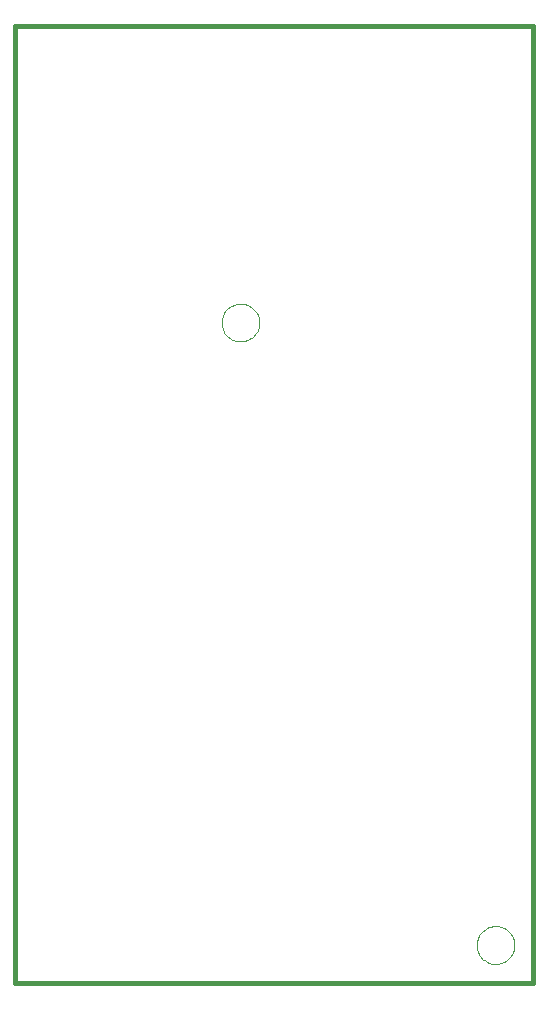
<source format=gbp>
G75*
%MOIN*%
%OFA0B0*%
%FSLAX24Y24*%
%IPPOS*%
%LPD*%
%AMOC8*
5,1,8,0,0,1.08239X$1,22.5*
%
%ADD10C,0.0160*%
%ADD11C,0.0000*%
D10*
X003260Y000595D02*
X003260Y032466D01*
X020505Y032466D01*
X020505Y000595D01*
X003260Y000595D01*
D11*
X010130Y022595D02*
X010132Y022645D01*
X010138Y022695D01*
X010148Y022744D01*
X010162Y022792D01*
X010179Y022839D01*
X010200Y022884D01*
X010225Y022928D01*
X010253Y022969D01*
X010285Y023008D01*
X010319Y023045D01*
X010356Y023079D01*
X010396Y023109D01*
X010438Y023136D01*
X010482Y023160D01*
X010528Y023181D01*
X010575Y023197D01*
X010623Y023210D01*
X010673Y023219D01*
X010722Y023224D01*
X010773Y023225D01*
X010823Y023222D01*
X010872Y023215D01*
X010921Y023204D01*
X010969Y023189D01*
X011015Y023171D01*
X011060Y023149D01*
X011103Y023123D01*
X011144Y023094D01*
X011183Y023062D01*
X011219Y023027D01*
X011251Y022989D01*
X011281Y022949D01*
X011308Y022906D01*
X011331Y022862D01*
X011350Y022816D01*
X011366Y022768D01*
X011378Y022719D01*
X011386Y022670D01*
X011390Y022620D01*
X011390Y022570D01*
X011386Y022520D01*
X011378Y022471D01*
X011366Y022422D01*
X011350Y022374D01*
X011331Y022328D01*
X011308Y022284D01*
X011281Y022241D01*
X011251Y022201D01*
X011219Y022163D01*
X011183Y022128D01*
X011144Y022096D01*
X011103Y022067D01*
X011060Y022041D01*
X011015Y022019D01*
X010969Y022001D01*
X010921Y021986D01*
X010872Y021975D01*
X010823Y021968D01*
X010773Y021965D01*
X010722Y021966D01*
X010673Y021971D01*
X010623Y021980D01*
X010575Y021993D01*
X010528Y022009D01*
X010482Y022030D01*
X010438Y022054D01*
X010396Y022081D01*
X010356Y022111D01*
X010319Y022145D01*
X010285Y022182D01*
X010253Y022221D01*
X010225Y022262D01*
X010200Y022306D01*
X010179Y022351D01*
X010162Y022398D01*
X010148Y022446D01*
X010138Y022495D01*
X010132Y022545D01*
X010130Y022595D01*
X018630Y001845D02*
X018632Y001895D01*
X018638Y001945D01*
X018648Y001994D01*
X018662Y002042D01*
X018679Y002089D01*
X018700Y002134D01*
X018725Y002178D01*
X018753Y002219D01*
X018785Y002258D01*
X018819Y002295D01*
X018856Y002329D01*
X018896Y002359D01*
X018938Y002386D01*
X018982Y002410D01*
X019028Y002431D01*
X019075Y002447D01*
X019123Y002460D01*
X019173Y002469D01*
X019222Y002474D01*
X019273Y002475D01*
X019323Y002472D01*
X019372Y002465D01*
X019421Y002454D01*
X019469Y002439D01*
X019515Y002421D01*
X019560Y002399D01*
X019603Y002373D01*
X019644Y002344D01*
X019683Y002312D01*
X019719Y002277D01*
X019751Y002239D01*
X019781Y002199D01*
X019808Y002156D01*
X019831Y002112D01*
X019850Y002066D01*
X019866Y002018D01*
X019878Y001969D01*
X019886Y001920D01*
X019890Y001870D01*
X019890Y001820D01*
X019886Y001770D01*
X019878Y001721D01*
X019866Y001672D01*
X019850Y001624D01*
X019831Y001578D01*
X019808Y001534D01*
X019781Y001491D01*
X019751Y001451D01*
X019719Y001413D01*
X019683Y001378D01*
X019644Y001346D01*
X019603Y001317D01*
X019560Y001291D01*
X019515Y001269D01*
X019469Y001251D01*
X019421Y001236D01*
X019372Y001225D01*
X019323Y001218D01*
X019273Y001215D01*
X019222Y001216D01*
X019173Y001221D01*
X019123Y001230D01*
X019075Y001243D01*
X019028Y001259D01*
X018982Y001280D01*
X018938Y001304D01*
X018896Y001331D01*
X018856Y001361D01*
X018819Y001395D01*
X018785Y001432D01*
X018753Y001471D01*
X018725Y001512D01*
X018700Y001556D01*
X018679Y001601D01*
X018662Y001648D01*
X018648Y001696D01*
X018638Y001745D01*
X018632Y001795D01*
X018630Y001845D01*
M02*

</source>
